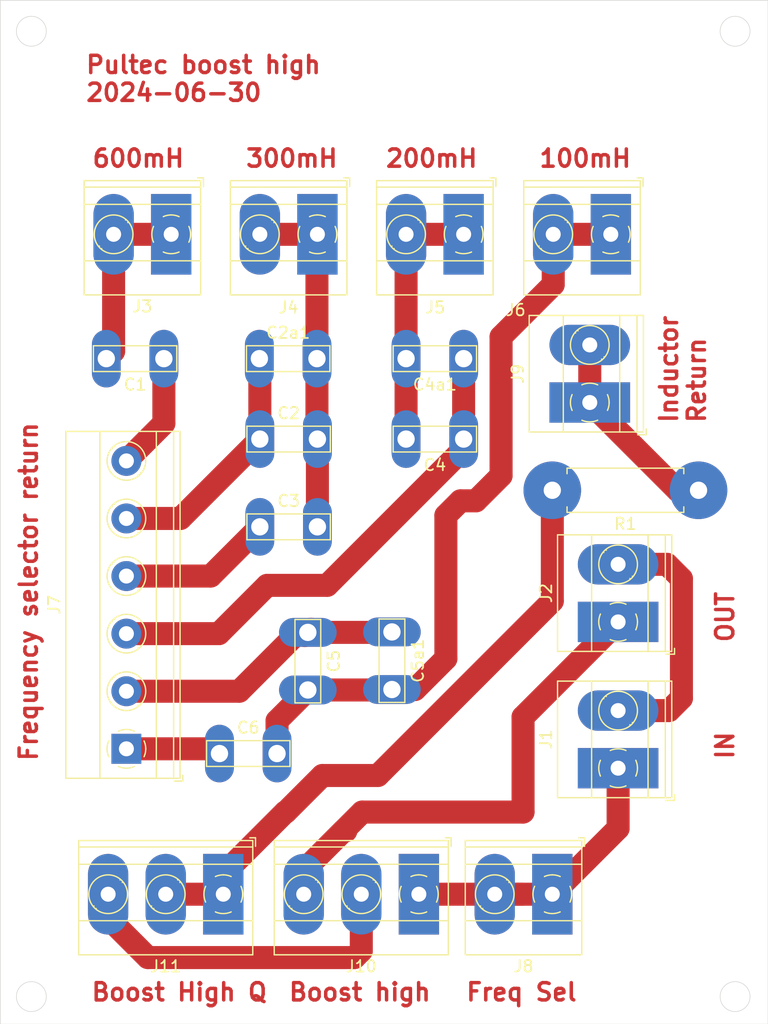
<source format=kicad_pcb>
(kicad_pcb (version 20240108) (generator "pcbnew") (generator_version "8.0")
  (layers (0 "F.Cu" signal) (31 "B.Cu" signal) (34 "B.Paste" user) (35 "F.Paste" user) (36 "B.SilkS" user "B.Silkscreen") (37 "F.SilkS" user "F.Silkscreen") (38 "B.Mask" user) (39 "F.Mask" user) (44 "Edge.Cuts" user))
  (net 0 "")
  (net 1 "Net-(J3-Pin_1)")
  (net 2 "Net-(J4-Pin_1)")
  (net 3 "Net-(J5-Pin_1)")
  (net 4 "Net-(J7-Pin_5)")
  (net 5 "Net-(J7-Pin_3)")
  (net 6 "Net-(J6-Pin_1)")
  (net 7 "Net-(J7-Pin_1)")
  (net 8 "GND")
  (net 9 "Net-(J1-Pin_1)")
  (net 10 "Net-(J10-Pin_3)")
  (net 11 "Net-(J9-Pin_1)")
  (net 12 "Net-(J10-Pin_2)")
  (net 13 "Net-(J11-Pin_1)")
  (net 14 "Net-(J7-Pin_6)")
  (net 15 "Net-(J7-Pin_4)")
  (net 16 "Net-(J7-Pin_2)")
  (footprint "OL Library:TerminalBlock_Phoenix_MKDS-1,5-2_1x02_P5.00mm_Horizontal Fat Pad" (layer "F.Cu") (at 100.965 99.695 90)
    (property "Reference" "J2" (at 2.5 -6.26 90) (layer "F.SilkS"))
    (property "Value" "output")
    (fp_line (start 7.56 -5.261) (end 7.56 4.66) (stroke (width 0.12)) (layer "F.SilkS"))
    (fp_line (start -2.56 -5.261) (end 7.56 -5.261) (stroke (width 0.12)) (layer "F.SilkS"))
    (fp_line (start -2.56 -5.261) (end -2.56 4.66) (stroke (width 0.12)) (layer "F.SilkS"))
    (fp_line (start -2.56 -2.301) (end 7.56 -2.301) (stroke (width 0.12)) (layer "F.SilkS"))
    (fp_line (start 6.07 -1.275) (end 6.035 -1.239) (stroke (width 0.12)) (layer "F.SilkS"))
    (fp_line (start 6.275 -1.069) (end 6.228 -1.023) (stroke (width 0.12)) (layer "F.SilkS"))
    (fp_line (start 3.773 1.023) (end 3.726 1.069) (stroke (width 0.12)) (layer "F.SilkS"))
    (fp_line (start 3.966 1.239) (end 3.931 1.274) (stroke (width 0.12)) (layer "F.SilkS"))
    (fp_line (start -2.56 2.6) (end 7.56 2.6) (stroke (width 0.12)) (layer "F.SilkS"))
    (fp_line (start -2.56 4.1) (end 7.56 4.1) (stroke (width 0.12)) (layer "F.SilkS"))
    (fp_line (start -2.8 4.16) (end -2.8 4.9) (stroke (width 0.12)) (layer "F.SilkS"))
    (fp_line (start -2.56 4.66) (end 7.56 4.66) (stroke (width 0.12)) (layer "F.SilkS"))
    (fp_line (start -2.8 4.9) (end -2.3 4.9) (stroke (width 0.12)) (layer "F.SilkS"))
    (fp_arc (start -0.683042 -1.535427) (mid 0.000524 -1.680501) (end 0.684 -1.535) (stroke (width 0.12)) (layer "F.SilkS"))
    (fp_arc (start 1.535427 -0.683042) (mid 1.680501 0.000524) (end 1.535 0.684) (stroke (width 0.12)) (layer "F.SilkS"))
    (fp_arc (start -1.535427 0.683042) (mid -1.680501 -0.000524) (end -1.535 -0.684) (stroke (width 0.12)) (layer "F.SilkS"))
    (fp_arc (start 0.683318 1.534756) (mid 0.349292 1.643288) (end 0 1.68) (stroke (width 0.12)) (layer "F.SilkS"))
    (fp_arc (start 0.028805 1.680253) (mid -0.335551 1.646659) (end -0.684 1.535) (stroke (width 0.12)) (layer "F.SilkS"))
    (fp_circle (center 5 0) (end 6.68 0) (stroke (width 0.12)) (fill none) (layer "F.SilkS"))
    (pad "1" thru_hole rect (at 0 0 90) (size 3.5 7) (drill 1.3) (layers "*.Cu" "*.Mask") (net 10 "Net-(J10-Pin_3)"))
    (pad "2" thru_hole oval (at 5 0 90) (size 3.5 7) (drill 1.3) (layers "*.Cu" "*.Mask") (net 8 "GND"))
  )
  (footprint "OL Library:TerminalBlock_Phoenix_MKDS-1,5-2_1x02_P5.00mm_Horizontal Fat Pad" (layer "F.Cu") (at 100.33 66.04 180)
    (property "Reference" "J6" (at 8.255 -6.5775 360) (layer "F.SilkS"))
    (property "Value" "100mH")
    (fp_line (start 7.56 -5.261) (end 7.56 4.66) (stroke (width 0.12)) (layer "F.SilkS"))
    (fp_line (start 6.275 -1.069) (end 6.228 -1.023) (stroke (width 0.12)) (layer "F.SilkS"))
    (fp_line (start 6.07 -1.275) (end 6.035 -1.239) (stroke (width 0.12)) (layer "F.SilkS"))
    (fp_line (start 3.966 1.239) (end 3.931 1.274) (stroke (width 0.12)) (layer "F.SilkS"))
    (fp_line (start 3.773 1.023) (end 3.726 1.069) (stroke (width 0.12)) (layer "F.SilkS"))
    (fp_line (start -2.56 4.66) (end 7.56 4.66) (stroke (width 0.12)) (layer "F.SilkS"))
    (fp_line (start -2.56 4.1) (end 7.56 4.1) (stroke (width 0.12)) (layer "F.SilkS"))
    (fp_line (start -2.56 2.6) (end 7.56 2.6) (stroke (width 0.12)) (layer "F.SilkS"))
    (fp_line (start -2.56 -2.301) (end 7.56 -2.301) (stroke (width 0.12)) (layer "F.SilkS"))
    (fp_line (start -2.56 -5.261) (end 7.56 -5.261) (stroke (width 0.12)) (layer "F.SilkS"))
    (fp_line (start -2.56 -5.261) (end -2.56 4.66) (stroke (width 0.12)) (layer "F.SilkS"))
    (fp_line (start -2.8 4.9) (end -2.3 4.9) (stroke (width 0.12)) (layer "F.SilkS"))
    (fp_line (start -2.8 4.16) (end -2.8 4.9) (stroke (width 0.12)) (layer "F.SilkS"))
    (fp_arc (start 1.535427 -0.683042) (mid 1.680501 0.000524) (end 1.535 0.684) (stroke (width 0.12)) (layer "F.SilkS"))
    (fp_arc (start 0.683318 1.534756) (mid 0.349292 1.643288) (end 0 1.68) (stroke (width 0.12)) (layer "F.SilkS"))
    (fp_arc (start 0.028805 1.680253) (mid -0.335551 1.646659) (end -0.684 1.535) (stroke (width 0.12)) (layer "F.SilkS"))
    (fp_arc (start -0.683042 -1.535427) (mid 0.000524 -1.680501) (end 0.684 -1.535) (stroke (width 0.12)) (layer "F.SilkS"))
    (fp_arc (start -1.535427 0.683042) (mid -1.680501 -0.000524) (end -1.535 -0.684) (stroke (width 0.12)) (layer "F.SilkS"))
    (fp_circle (center 5 0) (end 6.68 0) (stroke (width 0.12)) (fill none) (layer "F.SilkS"))
    (pad "1" thru_hole rect (at 0 0 180) (size 3.5 7) (drill 1.3) (layers "*.Cu" "*.Mask") (net 6 "Net-(J6-Pin_1)"))
    (pad "2" thru_hole oval (at 5 0 180) (size 3.5 7) (drill 1.3) (layers "*.Cu" "*.Mask") (net 6 "Net-(J6-Pin_1)"))
  )
  (footprint "OL Library:C_Rect_L7.0mm_W2.0mm_P5.00mm_Fat_Pad" (layer "F.Cu") (at 81.3225 100.565 -90)
    (property "Reference" "C5a1" (at 2.5 -2.25 90) (layer "F.SilkS"))
    (property "Value" "1n5")
    (fp_line (start -1.12 1.12) (end 6.12 1.12) (stroke (width 0.12)) (layer "F.SilkS"))
    (fp_line (start -1.12 -1.12) (end -1.12 1.12) (stroke (width 0.12)) (layer "F.SilkS"))
    (fp_line (start -1.12 -1.12) (end 6.12 -1.12) (stroke (width 0.12)) (layer "F.SilkS"))
    (fp_line (start 6.12 -1.12) (end 6.12 1.12) (stroke (width 0.12)) (layer "F.SilkS"))
    (pad "1" thru_hole oval (at 0 0 270) (size 2.5 5) (drill 1.5) (layers "*.Cu" "*.Mask") (net 16 "Net-(J7-Pin_2)"))
    (pad "2" thru_hole oval (at 5 0 270) (size 2.5 5) (drill 1.5) (layers "*.Cu" "*.Mask") (net 6 "Net-(J6-Pin_1)"))
  )
  (footprint "OL Library:C_Rect_L7.0mm_W2.0mm_P5.00mm_Fat_Pad" (layer "F.Cu") (at 87.55 83.82 180)
    (property "Reference" "C4" (at 2.5 -2.25 360) (layer "F.SilkS"))
    (property "Value" "1nF")
    (fp_line (start 6.12 -1.12) (end 6.12 1.12) (stroke (width 0.12)) (layer "F.SilkS"))
    (fp_line (start -1.12 1.12) (end 6.12 1.12) (stroke (width 0.12)) (layer "F.SilkS"))
    (fp_line (start -1.12 -1.12) (end 6.12 -1.12) (stroke (width 0.12)) (layer "F.SilkS"))
    (fp_line (start -1.12 -1.12) (end -1.12 1.12) (stroke (width 0.12)) (layer "F.SilkS"))
    (pad "1" thru_hole oval (at 0 0 180) (size 2.5 5) (drill 1.5) (layers "*.Cu" "*.Mask") (net 5 "Net-(J7-Pin_3)"))
    (pad "2" thru_hole oval (at 5 0 180) (size 2.5 5) (drill 1.5) (layers "*.Cu" "*.Mask") (net 3 "Net-(J5-Pin_1)"))
  )
  (footprint "OL Library:TerminalBlock_Phoenix_MKDS-1,5-2_1x02_P5.00mm_Horizontal Fat Pad" (layer "F.Cu") (at 98.505 80.645 90)
    (property "Reference" "J9" (at 2.5 -6.26 90) (layer "F.SilkS"))
    (property "Value" "Inductor Return")
    (fp_line (start 7.56 -5.261) (end 7.56 4.66) (stroke (width 0.12)) (layer "F.SilkS"))
    (fp_line (start -2.56 -5.261) (end 7.56 -5.261) (stroke (width 0.12)) (layer "F.SilkS"))
    (fp_line (start -2.56 -5.261) (end -2.56 4.66) (stroke (width 0.12)) (layer "F.SilkS"))
    (fp_line (start -2.56 -2.301) (end 7.56 -2.301) (stroke (width 0.12)) (layer "F.SilkS"))
    (fp_line (start 6.07 -1.275) (end 6.035 -1.239) (stroke (width 0.12)) (layer "F.SilkS"))
    (fp_line (start 6.275 -1.069) (end 6.228 -1.023) (stroke (width 0.12)) (layer "F.SilkS"))
    (fp_line (start 3.773 1.023) (end 3.726 1.069) (stroke (width 0.12)) (layer "F.SilkS"))
    (fp_line (start 3.966 1.239) (end 3.931 1.274) (stroke (width 0.12)) (layer "F.SilkS"))
    (fp_line (start -2.56 2.6) (end 7.56 2.6) (stroke (width 0.12)) (layer "F.SilkS"))
    (fp_line (start -2.56 4.1) (end 7.56 4.1) (stroke (width 0.12)) (layer "F.SilkS"))
    (fp_line (start -2.8 4.16) (end -2.8 4.9) (stroke (width 0.12)) (layer "F.SilkS"))
    (fp_line (start -2.56 4.66) (end 7.56 4.66) (stroke (width 0.12)) (layer "F.SilkS"))
    (fp_line (start -2.8 4.9) (end -2.3 4.9) (stroke (width 0.12)) (layer "F.SilkS"))
    (fp_arc (start -0.683042 -1.535427) (mid 0.000524 -1.680501) (end 0.684 -1.535) (stroke (width 0.12)) (layer "F.SilkS"))
    (fp_arc (start 1.535427 -0.683042) (mid 1.680501 0.000524) (end 1.535 0.684) (stroke (width 0.12)) (layer "F.SilkS"))
    (fp_arc (start -1.535427 0.683042) (mid -1.680501 -0.000524) (end -1.535 -0.684) (stroke (width 0.12)) (layer "F.SilkS"))
    (fp_arc (start 0.683318 1.534756) (mid 0.349292 1.643288) (end 0 1.68) (stroke (width 0.12)) (layer "F.SilkS"))
    (fp_arc (start 0.028805 1.680253) (mid -0.335551 1.646659) (end -0.684 1.535) (stroke (width 0.12)) (layer "F.SilkS"))
    (fp_circle (center 5 0) (end 6.68 0) (stroke (width 0.12)) (fill none) (layer "F.SilkS"))
    (pad "1" thru_hole rect (at 0 0 90) (size 3.5 7) (drill 1.3) (layers "*.Cu" "*.Mask") (net 11 "Net-(J9-Pin_1)"))
    (pad "2" thru_hole oval (at 5 0 90) (size 3.5 7) (drill 1.3) (layers "*.Cu" "*.Mask") (net 11 "Net-(J9-Pin_1)"))
  )
  (footprint "OL Library:C_Rect_L7.0mm_W2.0mm_P5.00mm_Fat_Pad" (layer "F.Cu") (at 69.85 91.44)
    (property "Reference" "C3" (at 2.5 -2.25 360) (layer "F.SilkS"))
    (property "Value" "3n3")
    (fp_line (start -1.12 -1.12) (end -1.12 1.12) (stroke (width 0.12)) (layer "F.SilkS"))
    (fp_line (start -1.12 -1.12) (end 6.12 -1.12) (stroke (width 0.12)) (layer "F.SilkS"))
    (fp_line (start -1.12 1.12) (end 6.12 1.12) (stroke (width 0.12)) (layer "F.SilkS"))
    (fp_line (start 6.12 -1.12) (end 6.12 1.12) (stroke (width 0.12)) (layer "F.SilkS"))
    (pad "1" thru_hole oval (at 0 0) (size 2.5 5) (drill 1.5) (layers "*.Cu" "*.Mask") (net 15 "Net-(J7-Pin_4)"))
    (pad "2" thru_hole oval (at 5 0) (size 2.5 5) (drill 1.5) (layers "*.Cu" "*.Mask") (net 2 "Net-(J4-Pin_1)"))
  )
  (footprint "OL Library:TerminalBlock_Phoenix_MKDS-1,5-3_1x03_P5.00mm_Horizontal Fat Pad" (layer "F.Cu") (at 66.675 123.338301 180)
    (property "Reference" "J11" (at 5 -6.26 360) (layer "F.SilkS"))
    (property "Value" "Boost High Q")
    (fp_line (start 12.56 -5.261) (end 12.56 4.66) (stroke (width 0.12)) (layer "F.SilkS"))
    (fp_line (start 11.275 -1.069) (end 11.228 -1.023) (stroke (width 0.12)) (layer "F.SilkS"))
    (fp_line (start 11.07 -1.275) (end 11.035 -1.239) (stroke (width 0.12)) (layer "F.SilkS"))
    (fp_line (start 8.966 1.239) (end 8.931 1.274) (stroke (width 0.12)) (layer "F.SilkS"))
    (fp_line (start 8.773 1.023) (end 8.726 1.069) (stroke (width 0.12)) (layer "F.SilkS"))
    (fp_line (start 6.275 -1.069) (end 6.228 -1.023) (stroke (width 0.12)) (layer "F.SilkS"))
    (fp_line (start 6.07 -1.275) (end 6.035 -1.239) (stroke (width 0.12)) (layer "F.SilkS"))
    (fp_line (start 3.966 1.239) (end 3.931 1.274) (stroke (width 0.12)) (layer "F.SilkS"))
    (fp_line (start 3.773 1.023) (end 3.726 1.069) (stroke (width 0.12)) (layer "F.SilkS"))
    (fp_line (start -2.56 4.66) (end 12.56 4.66) (stroke (width 0.12)) (layer "F.SilkS"))
    (fp_line (start -2.56 4.1) (end 12.56 4.1) (stroke (width 0.12)) (layer "F.SilkS"))
    (fp_line (start -2.56 2.6) (end 12.56 2.6) (stroke (width 0.12)) (layer "F.SilkS"))
    (fp_line (start -2.56 -2.301) (end 12.56 -2.301) (stroke (width 0.12)) (layer "F.SilkS"))
    (fp_line (start -2.56 -5.261) (end 12.56 -5.261) (stroke (width 0.12)) (layer "F.SilkS"))
    (fp_line (start -2.56 -5.261) (end -2.56 4.66) (stroke (width 0.12)) (layer "F.SilkS"))
    (fp_line (start -2.8 4.9) (end -2.3 4.9) (stroke (width 0.12)) (layer "F.SilkS"))
    (fp_line (start -2.8 4.16) (end -2.8 4.9) (stroke (width 0.12)) (layer "F.SilkS"))
    (fp_arc (start 1.535427 -0.683042) (mid 1.680501 0.000524) (end 1.535 0.684) (stroke (width 0.12)) (layer "F.SilkS"))
    (fp_arc (start 0.683318 1.534756) (mid 0.349292 1.643288) (end 0 1.68) (stroke (width 0.12)) (layer "F.SilkS"))
    (fp_arc (start 0.028805 1.680253) (mid -0.335551 1.646659) (end -0.684 1.535) (stroke (width 0.12)) (layer "F.SilkS"))
    (fp_arc (start -0.683042 -1.535427) (mid 0.000524 -1.680501) (end 0.684 -1.535) (stroke (width 0.12)) (layer "F.SilkS"))
    (fp_arc (start -1.535427 0.683042) (mid -1.680501 -0.000524) (end -1.535 -0.684) (stroke (width 0.12)) (layer "F.SilkS"))
    (fp_circle (center 10 0) (end 11.68 0) (stroke (width 0.12)) (fill none) (layer "F.SilkS"))
    (fp_circle (center 5 0) (end 6.68 0) (stroke (width 0.12)) (fill none) (layer "F.SilkS"))
    (pad "1" thru_hole rect (at 0 0 180) (size 3.5 7) (drill 1.3) (layers "*.Cu" "*.Mask") (net 13 "Net-(J11-Pin_1)"))
    (pad "2" thru_hole oval (at 5 0 180) (size 3.5 7) (drill 1.3) (layers "*.Cu" "*.Mask") (net 13 "Net-(J11-Pin_1)"))
    (pad "3" thru_hole oval (at 10 0 180) (size 3.5 7) (drill 1.3) (layers "*.Cu" "*.Mask") (net 12 "Net-(J10-Pin_2)"))
  )
  (footprint "OL Library:TerminalBlock_Phoenix_MKDS-1,5-2_1x02_P5.00mm_Horizontal Fat Pad" (layer "F.Cu") (at 62.15 66.04 180)
    (property "Reference" "J3" (at 2.5 -6.26 360) (layer "F.SilkS"))
    (property "Value" "600mH")
    (fp_line (start 7.56 -5.261) (end 7.56 4.66) (stroke (width 0.12)) (layer "F.SilkS"))
    (fp_line (start 6.275 -1.069) (end 6.228 -1.023) (stroke (width 0.12)) (layer "F.SilkS"))
    (fp_line (start 6.07 -1.275) (end 6.035 -1.239) (stroke (width 0.12)) (layer "F.SilkS"))
    (fp_line (start 3.966 1.239) (end 3.931 1.274) (stroke (width 0.12)) (layer "F.SilkS"))
    (fp_line (start 3.773 1.023) (end 3.726 1.069) (stroke (width 0.12)) (layer "F.SilkS"))
    (fp_line (start -2.56 4.66) (end 7.56 4.66) (stroke (width 0.12)) (layer "F.SilkS"))
    (fp_line (start -2.56 4.1) (end 7.56 4.1) (stroke (width 0.12)) (layer "F.SilkS"))
    (fp_line (start -2.56 2.6) (end 7.56 2.6) (stroke (width 0.12)) (layer "F.SilkS"))
    (fp_line (start -2.56 -2.301) (end 7.56 -2.301) (stroke (width 0.12)) (layer "F.SilkS"))
    (fp_line (start -2.56 -5.261) (end 7.56 -5.261) (stroke (width 0.12)) (layer "F.SilkS"))
    (fp_line (start -2.56 -5.261) (end -2.56 4.66) (stroke (width 0.12)) (layer "F.SilkS"))
    (fp_line (start -2.8 4.9) (end -2.3 4.9) (stroke (width 0.12)) (layer "F.SilkS"))
    (fp_line (start -2.8 4.16) (end -2.8 4.9) (stroke (width 0.12)) (layer "F.SilkS"))
    (fp_arc (start 1.535427 -0.683042) (mid 1.680501 0.000524) (end 1.535 0.684) (stroke (width 0.12)) (layer "F.SilkS"))
    (fp_arc (start 0.683318 1.534756) (mid 0.349292 1.643288) (end 0 1.68) (stroke (width 0.12)) (layer "F.SilkS"))
    (fp_arc (start 0.028805 1.680253) (mid -0.335551 1.646659) (end -0.684 1.535) (stroke (width 0.12)) (layer "F.SilkS"))
    (fp_arc (start -0.683042 -1.535427) (mid 0.000524 -1.680501) (end 0.684 -1.535) (stroke (width 0.12)) (layer "F.SilkS"))
    (fp_arc (start -1.535427 0.683042) (mid -1.680501 -0.000524) (end -1.535 -0.684) (stroke (width 0.12)) (layer "F.SilkS"))
    (fp_circle (center 5 0) (end 6.68 0) (stroke (width 0.12)) (fill none) (layer "F.SilkS"))
    (pad "1" thru_hole rect (at 0 0 180) (size 3.5 7) (drill 1.3) (layers "*.Cu" "*.Mask") (net 1 "Net-(J3-Pin_1)"))
    (pad "2" thru_hole oval (at 5 0 180) (size 3.5 7) (drill 1.3) (layers "*.Cu" "*.Mask") (net 1 "Net-(J3-Pin_1)"))
  )
  (footprint "OL Library:C_Rect_L7.0mm_W2.0mm_P5.00mm_Fat_Pad" (layer "F.Cu") (at 69.81 76.835)
    (property "Reference" "C2a1" (at 2.5 -2.25 360) (layer "F.SilkS"))
    (property "Value" "470pF")
    (fp_line (start -1.12 -1.12) (end -1.12 1.12) (stroke (width 0.12)) (layer "F.SilkS"))
    (fp_line (start -1.12 -1.12) (end 6.12 -1.12) (stroke (width 0.12)) (layer "F.SilkS"))
    (fp_line (start -1.12 1.12) (end 6.12 1.12) (stroke (width 0.12)) (layer "F.SilkS"))
    (fp_line (start 6.12 -1.12) (end 6.12 1.12) (stroke (width 0.12)) (layer "F.SilkS"))
    (pad "1" thru_hole oval (at 0 0) (size 2.5 5) (drill 1.5) (layers "*.Cu" "*.Mask") (net 4 "Net-(J7-Pin_5)"))
    (pad "2" thru_hole oval (at 5 0) (size 2.5 5) (drill 1.5) (layers "*.Cu" "*.Mask") (net 2 "Net-(J4-Pin_1)"))
  )
  (footprint "OL Library:TerminalBlock_Phoenix_MKDS-1,5-3_1x03_P5.00mm_Horizontal Fat Pad" (layer "F.Cu") (at 83.66 123.338301 180)
    (property "Reference" "J10" (at 5 -6.26 360) (layer "F.SilkS"))
    (property "Value" "Boost High")
    (fp_line (start 12.56 -5.261) (end 12.56 4.66) (stroke (width 0.12)) (layer "F.SilkS"))
    (fp_line (start 11.275 -1.069) (end 11.228 -1.023) (stroke (width 0.12)) (layer "F.SilkS"))
    (fp_line (start 11.07 -1.275) (end 11.035 -1.239) (stroke (width 0.12)) (layer "F.SilkS"))
    (fp_line (start 8.966 1.239) (end 8.931 1.274) (stroke (width 0.12)) (layer "F.SilkS"))
    (fp_line (start 8.773 1.023) (end 8.726 1.069) (stroke (width 0.12)) (layer "F.SilkS"))
    (fp_line (start 6.275 -1.069) (end 6.228 -1.023) (stroke (width 0.12)) (layer "F.SilkS"))
    (fp_line (start 6.07 -1.275) (end 6.035 -1.239) (stroke (width 0.12)) (layer "F.SilkS"))
    (fp_line (start 3.966 1.239) (end 3.931 1.274) (stroke (width 0.12)) (layer "F.SilkS"))
    (fp_line (start 3.773 1.023) (end 3.726 1.069) (stroke (width 0.12)) (layer "F.SilkS"))
    (fp_line (start -2.56 4.66) (end 12.56 4.66) (stroke (width 0.12)) (layer "F.SilkS"))
    (fp_line (start -2.56 4.1) (end 12.56 4.1) (stroke (width 0.12)) (layer "F.SilkS"))
    (fp_line (start -2.56 2.6) (end 12.56 2.6) (stroke (width 0.12)) (layer "F.SilkS"))
    (fp_line (start -2.56 -2.301) (end 12.56 -2.301) (stroke (width 0.12)) (layer "F.SilkS"))
    (fp_line (start -2.56 -5.261) (end 12.56 -5.261) (stroke (width 0.12)) (layer "F.SilkS"))
    (fp_line (start -2.56 -5.261) (end -2.56 4.66) (stroke (width 0.12)) (layer "F.SilkS"))
    (fp_line (start -2.8 4.9) (end -2.3 4.9) (stroke (width 0.12)) (layer "F.SilkS"))
    (fp_line (start -2.8 4.16) (end -2.8 4.9) (stroke (width 0.12)) (layer "F.SilkS"))
    (fp_arc (start 1.535427 -0.683042) (mid 1.680501 0.000524) (end 1.535 0.684) (stroke (width 0.12)) (layer "F.SilkS"))
    (fp_arc (start 0.683318 1.534756) (mid 0.349292 1.643288) (end 0 1.68) (stroke (width 0.12)) (layer "F.SilkS"))
    (fp_arc (start 0.028805 1.680253) (mid -0.335551 1.646659) (end -0.684 1.535) (stroke (width 0.12)) (layer "F.SilkS"))
    (fp_arc (start -0.683042 -1.535427) (mid 0.000524 -1.680501) (end 0.684 -1.535) (stroke (width 0.12)) (layer "F.SilkS"))
    (fp_arc (start -1.535427 0.683042) (mid -1.680501 -0.000524) (end -1.535 -0.684) (stroke (width 0.12)) (layer "F.SilkS"))
    (fp_circle (center 10 0) (end 11.68 0) (stroke (width 0.12)) (fill none) (layer "F.SilkS"))
    (fp_circle (center 5 0) (end 6.68 0) (stroke (width 0.12)) (fill none) (layer "F.SilkS"))
    (pad "1" thru_hole rect (at 0 0 180) (size 3.5 7) (drill 1.3) (layers "*.Cu" "*.Mask") (net 9 "Net-(J1-Pin_1)"))
    (pad "2" thru_hole oval (at 5 0 180) (size 3.5 7) (drill 1.3) (layers "*.Cu" "*.Mask") (net 12 "Net-(J10-Pin_2)"))
    (pad "3" thru_hole oval (at 10 0 180) (size 3.5 7) (drill 1.3) (layers "*.Cu" "*.Mask") (net 10 "Net-(J10-Pin_3)"))
  )
  (footprint "OL Library:TerminalBlock_Phoenix_MKDS-1,5-2_1x02_P5.00mm_Horizontal Fat Pad" (layer "F.Cu") (at 74.85 66.04 180)
    (property "Reference" "J4" (at 2.5 -6.35 360) (layer "F.SilkS"))
    (property "Value" "300mH")
    (fp_line (start 7.56 -5.261) (end 7.56 4.66) (stroke (width 0.12)) (layer "F.SilkS"))
    (fp_line (start 6.275 -1.069) (end 6.228 -1.023) (stroke (width 0.12)) (layer "F.SilkS"))
    (fp_line (start 6.07 -1.275) (end 6.035 -1.239) (stroke (width 0.12)) (layer "F.SilkS"))
    (fp_line (start 3.966 1.239) (end 3.931 1.274) (stroke (width 0.12)) (layer "F.SilkS"))
    (fp_line (start 3.773 1.023) (end 3.726 1.069) (stroke (width 0.12)) (layer "F.SilkS"))
    (fp_line (start -2.56 4.66) (end 7.56 4.66) (stroke (width 0.12)) (layer "F.SilkS"))
    (fp_line (start -2.56 4.1) (end 7.56 4.1) (stroke (width 0.12)) (layer "F.SilkS"))
    (fp_line (start -2.56 2.6) (end 7.56 2.6) (stroke (width 0.12)) (layer "F.SilkS"))
    (fp_line (start -2.56 -2.301) (end 7.56 -2.301) (stroke (width 0.12)) (layer "F.SilkS"))
    (fp_line (start -2.56 -5.261) (end 7.56 -5.261) (stroke (width 0.12)) (layer "F.SilkS"))
    (fp_line (start -2.56 -5.261) (end -2.56 4.66) (stroke (width 0.12)) (layer "F.SilkS"))
    (fp_line (start -2.8 4.9) (end -2.3 4.9) (stroke (width 0.12)) (layer "F.SilkS"))
    (fp_line (start -2.8 4.16) (end -2.8 4.9) (stroke (width 0.12)) (layer "F.SilkS"))
    (fp_arc (start 1.535427 -0.683042) (mid 1.680501 0.000524) (end 1.535 0.684) (stroke (width 0.12)) (layer "F.SilkS"))
    (fp_arc (start 0.683318 1.534756) (mid 0.349292 1.643288) (end 0 1.68) (stroke (width 0.12)) (layer "F.SilkS"))
    (fp_arc (start 0.028805 1.680253) (mid -0.335551 1.646659) (end -0.684 1.535) (stroke (width 0.12)) (layer "F.SilkS"))
    (fp_arc (start -0.683042 -1.535427) (mid 0.000524 -1.680501) (end 0.684 -1.535) (stroke (width 0.12)) (layer "F.SilkS"))
    (fp_arc (start -1.535427 0.683042) (mid -1.680501 -0.000524) (end -1.535 -0.684) (stroke (width 0.12)) (layer "F.SilkS"))
    (fp_circle (center 5 0) (end 6.68 0) (stroke (width 0.12)) (fill none) (layer "F.SilkS"))
    (pad "1" thru_hole rect (at 0 0 180) (size 3.5 7) (drill 1.3) (layers "*.Cu" "*.Mask") (net 2 "Net-(J4-Pin_1)"))
    (pad "2" thru_hole oval (at 5 0 180) (size 3.5 7) (drill 1.3) (layers "*.Cu" "*.Mask") (net 2 "Net-(J4-Pin_1)"))
  )
  (footprint "OL Library:TerminalBlock_Phoenix_MKDS-1,5-2_1x02_P5.00mm_Horizontal Fat Pad" (layer "F.Cu") (at 100.965 112.395 90)
    (property "Reference" "J1" (at 2.5 -6.26 90) (layer "F.SilkS"))
    (property "Value" "INPUT")
    (fp_line (start 7.56 -5.261) (end 7.56 4.66) (stroke (width 0.12)) (layer "F.SilkS"))
    (fp_line (start -2.56 -5.261) (end 7.56 -5.261) (stroke (width 0.12)) (layer "F.SilkS"))
    (fp_line (start -2.56 -5.261) (end -2.56 4.66) (stroke (width 0.12)) (layer "F.SilkS"))
    (fp_line (start -2.56 -2.301) (end 7.56 -2.301) (stroke (width 0.12)) (layer "F.SilkS"))
    (fp_line (start 6.07 -1.275) (end 6.035 -1.239) (stroke (width 0.12)) (layer "F.SilkS"))
    (fp_line (start 6.275 -1.069) (end 6.228 -1.023) (stroke (width 0.12)) (layer "F.SilkS"))
    (fp_line (start 3.773 1.023) (end 3.726 1.069) (stroke (width 0.12)) (layer "F.SilkS"))
    (fp_line (start 3.966 1.239) (end 3.931 1.274) (stroke (width 0.12)) (layer "F.SilkS"))
    (fp_line (start -2.56 2.6) (end 7.56 2.6) (stroke (width 0.12)) (layer "F.SilkS"))
    (fp_line (start -2.56 4.1) (end 7.56 4.1) (stroke (width 0.12)) (layer "F.SilkS"))
    (fp_line (start -2.8 4.16) (end -2.8 4.9) (stroke (width 0.12)) (layer "F.SilkS"))
    (fp_line (start -2.56 4.66) (end 7.56 4.66) (stroke (width 0.12)) (layer "F.SilkS"))
    (fp_line (start -2.8 4.9) (end -2.3 4.9) (stroke (width 0.12)) (layer "F.SilkS"))
    (fp_arc (start -0.683042 -1.535427) (mid 0.000524 -1.680501) (end 0.684 -1.535) (stroke (width 0.12)) (layer "F.SilkS"))
    (fp_arc (start 1.535427 -0.683042) (mid 1.680501 0.000524) (end 1.535 0.684) (stroke (width 0.12)) (layer "F.SilkS"))
    (fp_arc (start -1.535427 0.683042) (mid -1.680501 -0.000524) (end -1.535 -0.684) (stroke (width 0.12)) (layer "F.SilkS"))
    (fp_arc (start 0.683318 1.534756) (mid 0.349292 1.643288) (end 0 1.68) (stroke (width 0.12)) (layer "F.SilkS"))
    (fp_arc (start 0.028805 1.680253) (mid -0.335551 1.646659) (end -0.684 1.535) (stroke (width 0.12)) (layer "F.SilkS"))
    (fp_circle (center 5 0) (end 6.68 0) (stroke (width 0.12)) (fill none) (layer "F.SilkS"))
    (pad "1" thru_hole rect (at 0 0 90) (size 3.5 7) (drill 1.3) (layers "*.Cu" "*.Mask") (net 9 "Net-(J1-Pin_1)"))
    (pad "2" thru_hole oval (at 5 0 90) (size 3.5 7) (drill 1.3) (layers "*.Cu" "*.Mask") (net 8 "GND"))
  )
  (footprint "OL Library:C_Rect_L7.0mm_W2.0mm_P5.00mm_Fat_Pad" (layer "F.Cu") (at 66.343301 111.125)
    (property "Reference" "C6" (at 2.5 -2.25 360) (layer "F.SilkS"))
    (property "Value" "1nF")
    (fp_line (start -1.12 -1.12) (end -1.12 1.12) (stroke (width 0.12)) (layer "F.SilkS"))
    (fp_line (start -1.12 -1.12) (end 6.12 -1.12) (stroke (width 0.12)) (layer "F.SilkS"))
    (fp_line (start -1.12 1.12) (end 6.12 1.12) (stroke (width 0.12)) (layer "F.SilkS"))
    (fp_line (start 6.12 -1.12) (end 6.12 1.12) (stroke (width 0.12)) (layer "F.SilkS"))
    (pad "1" thru_hole oval (at 0 0) (size 2.5 5) (drill 1.5) (layers "*.Cu" "*.Mask") (net 7 "Net-(J7-Pin_1)"))
    (pad "2" thru_hole oval (at 5 0) (size 2.5 5) (drill 1.5) (layers "*.Cu" "*.Mask") (net 6 "Net-(J6-Pin_1)"))
  )
  (footprint "OL Library:C_Rect_L7.0mm_W2.0mm_P5.00mm_Fat_Pad" (layer "F.Cu") (at 87.55 76.835 180)
    (property "Reference" "C4a1" (at 2.5 -2.25 360) (layer "F.SilkS"))
    (property "Value" "1nF")
    (fp_line (start 6.12 -1.12) (end 6.12 1.12) (stroke (width 0.12)) (layer "F.SilkS"))
    (fp_line (start -1.12 1.12) (end 6.12 1.12) (stroke (width 0.12)) (layer "F.SilkS"))
    (fp_line (start -1.12 -1.12) (end 6.12 -1.12) (stroke (width 0.12)) (layer "F.SilkS"))
    (fp_line (start -1.12 -1.12) (end -1.12 1.12) (stroke (width 0.12)) (layer "F.SilkS"))
    (pad "1" thru_hole oval (at 0 0 180) (size 2.5 5) (drill 1.5) (layers "*.Cu" "*.Mask") (net 5 "Net-(J7-Pin_3)"))
    (pad "2" thru_hole oval (at 5 0 180) (size 2.5 5) (drill 1.5) (layers "*.Cu" "*.Mask") (net 3 "Net-(J5-Pin_1)"))
  )
  (footprint "OL Library:C_Rect_L7.0mm_W2.0mm_P5.00mm_Fat_Pad" (layer "F.Cu") (at 74.02 100.605 -90)
    (property "Reference" "C5" (at 2.5 -2.25 90) (layer "F.SilkS"))
    (property "Value" "1nF")
    (fp_line (start -1.12 1.12) (end 6.12 1.12) (stroke (width 0.12)) (layer "F.SilkS"))
    (fp_line (start -1.12 -1.12) (end -1.12 1.12) (stroke (width 0.12)) (layer "F.SilkS"))
    (fp_line (start -1.12 -1.12) (end 6.12 -1.12) (stroke (width 0.12)) (layer "F.SilkS"))
    (fp_line (start 6.12 -1.12) (end 6.12 1.12) (stroke (width 0.12)) (layer "F.SilkS"))
    (pad "1" thru_hole oval (at 0 0 270) (size 2.5 5) (drill 1.5) (layers "*.Cu" "*.Mask") (net 16 "Net-(J7-Pin_2)"))
    (pad "2" thru_hole oval (at 5 0 270) (size 2.5 5) (drill 1.5) (layers "*.Cu" "*.Mask") (net 6 "Net-(J6-Pin_1)"))
  )
  (footprint "TerminalBlock_Phoenix:TerminalBlock_Phoenix_MKDS-1,5-6_1x06_P5.00mm_Horizontal" (layer "F.Cu") (at 58.26 110.713301 90)
    (property "Reference" "J7" (at 12.5 -6.26 90) (layer "F.SilkS"))
    (property "Value" "Frequency Selector Return")
    (fp_line (start 27.56 -5.261) (end 27.56 4.66) (stroke (width 0.12)) (layer "F.SilkS"))
    (fp_line (start -2.56 -5.261) (end 27.56 -5.261) (stroke (width 0.12)) (layer "F.SilkS"))
    (fp_line (start -2.56 -5.261) (end -2.56 4.66) (stroke (width 0.12)) (layer "F.SilkS"))
    (fp_line (start -2.56 -2.301) (end 27.56 -2.301) (stroke (width 0.12)) (layer "F.SilkS"))
    (fp_line (start 26.07 -1.275) (end 26.035 -1.239) (stroke (width 0.12)) (layer "F.SilkS"))
    (fp_line (start 21.07 -1.275) (end 21.035 -1.239) (stroke (width 0.12)) (layer "F.SilkS"))
    (fp_line (start 16.07 -1.275) (end 16.035 -1.239) (stroke (width 0.12)) (layer "F.SilkS"))
    (fp_line (start 11.07 -1.275) (end 11.035 -1.239) (stroke (width 0.12)) (layer "F.SilkS"))
    (fp_line (start 6.07 -1.275) (end 6.035 -1.239) (stroke (width 0.12)) (layer "F.SilkS"))
    (fp_line (start 26.275 -1.069) (end 26.228 -1.023) (stroke (width 0.12)) (layer "F.SilkS"))
    (fp_line (start 21.275 -1.069) (end 21.228 -1.023) (stroke (width 0.12)) (layer "F.SilkS"))
    (fp_line (start 16.275 -1.069) (end 16.228 -1.023) (stroke (width 0.12)) (layer "F.SilkS"))
    (fp_line (start 11.275 -1.069) (end 11.228 -1.023) (stroke (width 0.12)) (layer "F.SilkS"))
    (fp_line (start 6.275 -1.069) (end 6.228 -1.023) (stroke (width 0.12)) (layer "F.SilkS"))
    (fp_line (start 23.773 1.023) (end 23.726 1.069) (stroke (width 0.12)) (layer "F.SilkS"))
    (fp_line (start 18.773 1.023) (end 18.726 1.069) (stroke (width 0.12)) (layer "F.SilkS"))
    (fp_line (start 13.773 1.023) (end 13.726 1.069) (stroke (width 0.12)) (layer "F.SilkS"))
    (fp_line (start 8.773 1.023) (end 8.726 1.069) (stroke (width 0.12)) (layer "F.SilkS"))
    (fp_line (start 3.773 1.023) (end 3.726 1.069) (stroke (width 0.12)) (layer "F.SilkS"))
    (fp_line (start 23.966 1.239) (end 23.931 1.274) (stroke (width 0.12)) (layer "F.SilkS"))
    (fp_line (start 18.966 1.239) (end 18.931 1.274) (stroke (width 0.12)) (layer "F.SilkS"))
    (fp_line (start 13.966 1.239) (end 13.931 1.274) (stroke (width 0.12)) (layer "F.SilkS"))
    (fp_line (start 8.966 1.239) (end 8.931 1.274) (stroke (width 0.12)) (layer "F.SilkS"))
    (fp_line (start 3.966 1.239) (end 3.931 1.274) (stroke (width 0.12)) (layer "F.SilkS"))
    (fp_line (start -2.56 2.6) (end 27.56 2.6) (stroke (width 0.12)) (layer "F.SilkS"))
    (fp_line (start -2.56 4.1) (end 27.56 4.1) (stroke (width 0.12)) (layer "F.SilkS"))
    (fp_line (start -2.8 4.16) (end -2.8 4.9) (stroke (width 0.12)) (layer "F.SilkS"))
    (fp_line (start -2.56 4.66) (end 27.56 4.66) (stroke (width 0.12)) (layer "F.SilkS"))
    (fp_line (start -2.8 4.9) (end -2.3 4.9) (stroke (width 0.12)) (layer "F.SilkS"))
    (fp_arc (start -0.683042 -1.535427) (mid 0.000524 -1.680501) (end 0.684 -1.535) (stroke (width 0.12)) (layer "F.SilkS"))
    (fp_arc (start 1.535427 -0.683042) (mid 1.680501 0.000524) (end 1.535 0.684) (stroke (width 0.12)) (layer "F.SilkS"))
    (fp_arc (start -1.535427 0.683042) (mid -1.680501 -0.000524) (end -1.535 -0.684) (stroke (width 0.12)) (layer "F.SilkS"))
    (fp_arc (start 0.683318 1.534756) (mid 0.349292 1.643288) (end 0 1.68) (stroke (width 0.12)) (layer "F.SilkS"))
    (fp_arc (start 0.028805 1.680253) (mid -0.335551 1.646659) (end -0.684 1.535) (stroke (width 0.12)) (layer "F.SilkS"))
    (fp_circle (center 25 0) (end 26.68 0) (stroke (width 0.12)) (fill none) (layer "F.SilkS"))
    (fp_circle (center 20 0) (end 21.68 0) (stroke (width 0.12)) (fill none) (layer "F.SilkS"))
    (fp_circle (center 15 0) (end 16.68 0) (stroke (width 0.12)) (fill none) (layer "F.SilkS"))
    (fp_circle (center 10 0) (end 11.68 0) (stroke (width 0.12)) (fill none) (layer "F.SilkS"))
    (fp_circle (center 5 0) (end 6.68 0) (stroke (width 0.12)) (fill none) (layer "F.SilkS"))
    (pad "1" thru_hole rect (at 0 0 90) (size 2.6 2.6) (drill 1.3) (layers "*.Cu" "*.Mask") (net 7 "Net-(J7-Pin_1)"))
    (pad "2" thru_hole circle (at 5 0 90) (size 2.6 2.6) (drill 1.3) (layers "*.Cu" "*.Mask") (net 16 "Net-(J7-Pin_2)"))
    (pad "3" thru_hole circle (at 10 0 90) (size 2.6 2.6) (drill 1.3) (layers "*.Cu" "*.Mask") (net 5 "Net-(J7-Pin_3)"))
    (pad "4" thru_hole circle (at 15 0 90) (size 2.6 2.6) (drill 1.3) (layers "*.Cu" "*.Mask") (net 15 "Net-(J7-Pin_4)"))
    (pad "5" thru_hole circle (at 20 0 90) (size 2.6 2.6) (drill 1.3) (layers "*.Cu" "*.Mask") (net 4 "Net-(J7-Pin_5)"))
    (pad "6" thru_hole circle (at 25 0 90) (size 2.6 2.6) (drill 1.3) (layers "*.Cu" "*.Mask") (net 14 "Net-(J7-Pin_6)"))
  )
  (footprint "OL Library:C_Rect_L7.0mm_W2.0mm_P5.00mm_Fat_Pad" (layer "F.Cu") (at 61.515 76.835 180)
    (property "Reference" "C1" (at 2.5 -2.25 360) (layer "F.SilkS"))
    (property "Value" "4n7")
    (fp_line (start 6.12 -1.12) (end 6.12 1.12) (stroke (width 0.12)) (layer "F.SilkS"))
    (fp_line (start -1.12 1.12) (end 6.12 1.12) (stroke (width 0.12)) (layer "F.SilkS"))
    (fp_line (start -1.12 -1.12) (end 6.12 -1.12) (stroke (width 0.12)) (layer "F.SilkS"))
    (fp_line (start -1.12 -1.12) (end -1.12 1.12) (stroke (width 0.12)) (layer "F.SilkS"))
    (pad "1" thru_hole oval (at 0 0 180) (size 2.5 5) (drill 1.5) (layers "*.Cu" "*.Mask") (net 14 "Net-(J7-Pin_6)"))
    (pad "2" thru_hole oval (at 5 0 180) (size 2.5 5) (drill 1.5) (layers "*.Cu" "*.Mask") (net 1 "Net-(J3-Pin_1)"))
  )
  (footprint "OL Library:TerminalBlock_Phoenix_MKDS-1,5-2_1x02_P5.00mm_Horizontal Fat Pad" (layer "F.Cu") (at 95.25 123.338301 180)
    (property "Reference" "J8" (at 2.5 -6.26 360) (layer "F.SilkS"))
    (property "Value" "Frequency Selector Send")
    (fp_line (start 7.56 -5.261) (end 7.56 4.66) (stroke (width 0.12)) (layer "F.SilkS"))
    (fp_line (start 6.275 -1.069) (end 6.228 -1.023) (stroke (width 0.12)) (layer "F.SilkS"))
    (fp_line (start 6.07 -1.275) (end 6.035 -1.239) (stroke (width 0.12)) (layer "F.SilkS"))
    (fp_line (start 3.966 1.239) (end 3.931 1.274) (stroke (width 0.12)) (layer "F.SilkS"))
    (fp_line (start 3.773 1.023) (end 3.726 1.069) (stroke (width 0.12)) (layer "F.SilkS"))
    (fp_line (start -2.56 4.66) (end 7.56 4.66) (stroke (width 0.12)) (layer "F.SilkS"))
    (fp_line (start -2.56 4.1) (end 7.56 4.1) (stroke (width 0.12)) (layer "F.SilkS"))
    (fp_line (start -2.56 2.6) (end 7.56 2.6) (stroke (width 0.12)) (layer "F.SilkS"))
    (fp_line (start -2.56 -2.301) (end 7.56 -2.301) (stroke (width 0.12)) (layer "F.SilkS"))
    (fp_line (start -2.56 -5.261) (end 7.56 -5.261) (stroke (width 0.12)) (layer "F.SilkS"))
    (fp_line (start -2.56 -5.261) (end -2.56 4.66) (stroke (width 0.12)) (layer "F.SilkS"))
    (fp_line (start -2.8 4.9) (end -2.3 4.9) (stroke (width 0.12)) (layer "F.SilkS"))
    (fp_line (start -2.8 4.16) (end -2.8 4.9) (stroke (width 0.12)) (layer "F.SilkS"))
    (fp_arc (start 1.535427 -0.683042) (mid 1.680501 0.000524) (end 1.535 0.684) (stroke (width 0.12)) (layer "F.SilkS"))
    (fp_arc (start 0.683318 1.534756) (mid 0.349292 1.643288) (end 0 1.68) (stroke (width 0.12)) (layer "F.SilkS"))
    (fp_arc (start 0.028805 1.680253) (mid -0.335551 1.646659) (end -0.684 1.535) (stroke (width 0.12)) (layer "F.SilkS"))
    (fp_arc (start -0.683042 -1.535427) (mid 0.000524 -1.680501) (end 0.684 -1.535) (stroke (width 0.12)) (layer "F.SilkS"))
    (fp_arc (start -1.535427 0.683042) (mid -1.680501 -0.000524) (end -1.535 -0.684) (stroke (width 0.12)) (layer "F.SilkS"))
    (fp_circle (center 5 0) (end 6.68 0) (stroke (width 0.12)) (fill none) (layer "F.SilkS"))
    (pad "1" thru_hole rect (at 0 0 180) (size 3.5 7) (drill 1.3) (layers "*.Cu" "*.Mask") (net 9 "Net-(J1-Pin_1)"))
    (pad "2" thru_hole oval (at 5 0 180) (size 3.5 7) (drill 1.3) (layers "*.Cu" "*.Mask") (net 9 "Net-(J1-Pin_1)"))
  )
  (footprint "OL Library:C_Rect_L7.0mm_W2.0mm_P5.00mm_Fat_Pad" (layer "F.Cu") (at 69.85 83.82)
    (property "Reference" "C2" (at 2.5 -2.25 360) (layer "F.SilkS"))
    (property "Value" "4n7")
    (fp_line (start -1.12 -1.12) (end -1.12 1.12) (stroke (width 0.12)) (layer "F.SilkS"))
    (fp_line (start -1.12 -1.12) (end 6.12 -1.12) (stroke (width 0.12)) (layer "F.SilkS"))
    (fp_line (start -1.12 1.12) (end 6.12 1.12) (stroke (width 0.12)) (layer "F.SilkS"))
    (fp_line (start 6.12 -1.12) (end 6.12 1.12) (stroke (width 0.12)) (layer "F.SilkS"))
    (pad "1" thru_hole oval (at 0 0) (size 2.5 5) (drill 1.5) (layers "*.Cu" "*.Mask") (net 4 "Net-(J7-Pin_5)"))
    (pad "2" thru_hole oval (at 5 0) (size 2.5 5) (drill 1.5) (layers "*.Cu" "*.Mask") (net 2 "Net-(J4-Pin_1)"))
  )
  (footprint "OL Library:TerminalBlock_Phoenix_MKDS-1,5-2_1x02_P5.00mm_Horizontal Fat Pad" (layer "F.Cu") (at 87.55 66.04 180)
    (property "Reference" "J5" (at 2.46 -6.35 360) (layer "F.SilkS"))
    (property "Value" "200mH")
    (fp_line (start 7.56 -5.261) (end 7.56 4.66) (stroke (width 0.12)) (layer "F.SilkS"))
    (fp_line (start 6.275 -1.069) (end 6.228 -1.023) (stroke (width 0.12)) (layer "F.SilkS"))
    (fp_line (start 6.07 -1.275) (end 6.035 -1.239) (stroke (width 0.12)) (layer "F.SilkS"))
    (fp_line (start 3.966 1.239) (end 3.931 1.274) (stroke (width 0.12)) (layer "F.SilkS"))
    (fp_line (start 3.773 1.023) (end 3.726 1.069) (stroke (width 0.12)) (layer "F.SilkS"))
    (fp_line (start -2.56 4.66) (end 7.56 4.66) (stroke (width 0.12)) (layer "F.SilkS"))
    (fp_line (start -2.56 4.1) (end 7.56 4.1) (stroke (width 0.12)) (layer "F.SilkS"))
    (fp_line (start -2.56 2.6) (end 7.56 2.6) (stroke (width 0.12)) (layer "F.SilkS"))
    (fp_line (start -2.56 -2.301) (end 7.56 -2.301) (stroke (width 0.12)) (layer "F.SilkS"))
    (fp_line (start -2.56 -5.261) (end 7.56 -5.261) (stroke (width 0.12)) (layer "F.SilkS"))
    (fp_line (start -2.56 -5.261) (end -2.56 4.66) (stroke (width 0.12)) (layer "F.SilkS"))
    (fp_line (start -2.8 4.9) (end -2.3 4.9) (stroke (width 0.12)) (layer "F.SilkS"))
    (fp_line (start -2.8 4.16) (end -2.8 4.9) (stroke (width 0.12)) (layer "F.SilkS"))
    (fp_arc (start 1.535427 -0.683042) (mid 1.680501 0.000524) (end 1.535 0.684) (stroke (width 0.12)) (layer "F.SilkS"))
    (fp_arc (start 0.683318 1.534756) (mid 0.349292 1.643288) (end 0 1.68) (stroke (width 0.12)) (layer "F.SilkS"))
    (fp_arc (start 0.028805 1.680253) (mid -0.335551 1.646659) (end -0.684 1.535) (stroke (width 0.12)) (layer "F.SilkS"))
    (fp_arc (start -0.683042 -1.535427) (mid 0.000524 -1.680501) (end 0.684 -1.535) (stroke (width 0.12)) (layer "F.SilkS"))
    (fp_arc (start -1.535427 0.683042) (mid -1.680501 -0.000524) (end -1.535 -0.684) (stroke (width 0.12)) (layer "F.SilkS"))
    (fp_circle (center 5 0) (end 6.68 0) (stroke (width 0.12)) (fill none) (layer "F.SilkS"))
    (pad "1" thru_hole rect (at 0 0 180) (size 3.5 7) (drill 1.3) (layers "*.Cu" "*.Mask") (net 3 "Net-(J5-Pin_1)"))
    (pad "2" thru_hole oval (at 5 0 180) (size 3.5 7) (drill 1.3) (layers "*.Cu" "*.Mask") (net 3 "Net-(J5-Pin_1)"))
  )
  (footprint "OL Library:R_Axial_DIN0411_L9.9mm_D3.6mm_P12.70mm_Horizontal Fat Pad" (layer "F.Cu") (at 107.95 88.265 180)
    (property "Reference" "R1" (at 6.35 -2.92 360) (layer "F.SilkS"))
    (property "Value" "4K7")
    (fp_line (start 11.42 1.92) (end 11.42 1.44) (stroke (width 0.12)) (layer "F.SilkS"))
    (fp_line (start 11.42 -1.92) (end 11.42 -1.44) (stroke (width 0.12)) (layer "F.SilkS"))
    (fp_line (start 1.28 1.92) (end 11.42 1.92) (stroke (width 0.12)) (layer "F.SilkS"))
    (fp_line (start 1.28 1.44) (end 1.28 1.92) (stroke (width 0.12)) (layer "F.SilkS"))
    (fp_line (start 1.28 -1.44) (end 1.28 -1.92) (stroke (width 0.12)) (layer "F.SilkS"))
    (fp_line (start 1.28 -1.92) (end 11.42 -1.92) (stroke (width 0.12)) (layer "F.SilkS"))
    (pad "1" thru_hole circle (at 0 0 180) (size 5 5) (drill 1.5) (layers "*.Cu" "*.Mask") (net 11 "Net-(J9-Pin_1)"))
    (pad "2" thru_hole circle (at 12.7 0 180) (size 5 5) (drill 1.5) (layers "*.Cu" "*.Mask") (net 13 "Net-(J11-Pin_1)"))
  )
  (gr_circle (center 50.005 132.228301) (end 51.305 132.228301) (stroke (width 0.05)) (fill none) (layer "Edge.Cuts"))
  (gr_circle (center 111.125 48.408301) (end 112.425 48.408301) (stroke (width 0.05)) (fill none) (layer "Edge.Cuts"))
  (gr_circle (center 50.005 48.408301) (end 51.305 48.408301) (stroke (width 0.05)) (fill none) (layer "Edge.Cuts"))
  (gr_rect (start 47.3075 45.72) (end 113.9825 134.62) (stroke (width 0.05)) (fill none) (layer "Edge.Cuts"))
  (gr_circle (center 111.125 132.228301) (end 112.425 132.228301) (stroke (width 0.05)) (fill none) (layer "Edge.Cuts"))
  (gr_text "IN" (at 111.125 111.76 90) (layer "F.Cu") (effects (font (size 1.5 1.5) (thickness 0.3) (bold yes)) (justify left bottom)))
  (gr_text "600mH" (at 55.165 60.325 0) (layer "F.Cu") (effects (font (size 1.5 1.5) (thickness 0.3) (bold yes)) (justify left bottom)))
  (gr_text "100mH" (at 93.98 60.325 0) (layer "F.Cu") (effects (font (size 1.5 1.5) (thickness 0.3) (bold yes)) (justify left bottom)))
  (gr_text "200mH" (at 80.645 60.325 0) (layer "F.Cu") (effects (font (size 1.5 1.5) (thickness 0.3) (bold yes)) (justify left bottom)))
  (gr_text "OUT" (at 111.125 101.6 90) (layer "F.Cu") (effects (font (size 1.5 1.5) (thickness 0.3) (bold yes)) (justify left bottom)))
  (gr_text "Frequency selector return" (at 50.64 111.908301 90) (layer "F.Cu") (effects (font (size 1.5 1.5) (thickness 0.3) (bold yes)) (justify left bottom)))
  (gr_text "Freq Sel" (at 87.63 132.715 0) (layer "F.Cu") (effects (font (size 1.5 1.5) (thickness 0.3) (bold yes)) (justify left bottom)))
  (gr_text "Boost high" (at 72.23 132.715 0) (layer "F.Cu") (effects (font (size 1.5 1.5) (thickness 0.3) (bold yes)) (justify left bottom)))
  (gr_text "300mH" (at 68.5 60.325 0) (layer "F.Cu") (effects (font (size 1.5 1.5) (thickness 0.3) (bold yes)) (justify left bottom)))
  (gr_text "Pultec boost high\n2024-06-30" (at 54.61 54.61 0) (layer "F.Cu") (effects (font (size 1.5 1.5) (thickness 0.3) (bold yes)) (justify left bottom)))
  (gr_text "Boost High Q" (at 55.085 132.715 0) (layer "F.Cu") (effects (font (size 1.5 1.5) (thickness 0.3) (bold yes)) (justify left bottom)))
  (gr_text "Inductor\nReturn" (at 108.665 82.55 90) (layer "F.Cu") (effects (font (size 1.5 1.5) (thickness 0.3) (bold yes)) (justify left bottom)))
  (segment (start 57.15 76.2) (end 56.515 76.835) (width 2) (layer "F.Cu") (net 1))
  (segment (start 57.15 66.04) (end 57.15 76.2) (width 2) (layer "F.Cu") (net 1))
  (segment (start 57.15 66.04) (end 62.15 66.04) (width 2) (layer "F.Cu") (net 1))
  (segment (start 57.11 66.08) (end 57.15 66.04) (width 2) (layer "F.Cu") (net 1))
  (segment (start 74.81 76.835) (end 74.81 67.35) (width 2) (layer "F.Cu") (net 2))
  (segment (start 74.85 76.875) (end 74.81 76.835) (width 2) (layer "F.Cu") (net 2))
  (segment (start 74.81 66.08) (end 74.85 66.04) (width 2) (layer "F.Cu") (net 2))
  (segment (start 74.81 76.835) (end 74.81 83.78) (width 2) (layer "F.Cu") (net 2))
  (segment (start 74.81 83.78) (end 74.85 83.82) (width 2) (layer "F.Cu") (net 2))
  (segment (start 74.85 91.44) (end 74.85 83.82) (width 2) (layer "F.Cu") (net 2))
  (segment (start 69.85 66.04) (end 74.85 66.04) (width 2) (layer "F.Cu") (net 2))
  (segment (start 82.55 66.04) (end 82.55 76.835) (width 2) (layer "F.Cu") (net 3))
  (segment (start 82.55 76.835) (end 82.55 83.82) (width 2) (layer "F.Cu") (net 3))
  (segment (start 87.55 66.04) (end 82.55 66.04) (width 2) (layer "F.Cu") (net 3))
  (segment (start 69.85 83.82) (end 69.85 76.875) (width 2) (layer "F.Cu") (net 4))
  (segment (start 62.956699 90.713301) (end 69.85 83.82) (width 2) (layer "F.Cu") (net 4))
  (segment (start 69.85 76.875) (end 69.81 76.835) (width 2) (layer "F.Cu") (net 4))
  (segment (start 58.26 90.713301) (end 62.956699 90.713301) (width 2) (layer "F.Cu") (net 4))
  (segment (start 70.485 96.52) (end 75.696194 96.52) (width 2) (layer "F.Cu") (net 5))
  (segment (start 87.39 83.98) (end 87.55 83.82) (width 2) (layer "F.Cu") (net 5))
  (segment (start 66.291699 100.713301) (end 70.485 96.52) (width 2) (layer "F.Cu") (net 5))
  (segment (start 75.696194 96.52) (end 87.55 84.666194) (width 2) (layer "F.Cu") (net 5))
  (segment (start 87.55 84.666194) (end 87.55 83.82) (width 2) (layer "F.Cu") (net 5))
  (segment (start 87.55 76.835) (end 87.55 83.82) (width 2) (layer "F.Cu") (net 5))
  (segment (start 58.26 100.713301) (end 66.291699 100.713301) (width 2) (layer "F.Cu") (net 5))
  (segment (start 81.2825 105.605) (end 81.3225 105.565) (width 2) (layer "F.Cu") (net 6))
  (segment (start 86.006917 90.451917) (end 86.006917 102.880583) (width 2) (layer "F.Cu") (net 6))
  (segment (start 90.8 87) (end 88.618083 89.181917) (width 2) (layer "F.Cu") (net 6))
  (segment (start 90.8 74.935) (end 90.8 87) (width 2) (layer "F.Cu") (net 6))
  (segment (start 95.33 70.405) (end 90.8 74.935) (width 2) (layer "F.Cu") (net 6))
  (segment (start 83.3225 105.565) (end 81.3225 105.565) (width 2) (layer "F.Cu") (net 6))
  (segment (start 88.618083 89.181917) (end 87.276917 89.181917) (width 2) (layer "F.Cu") (net 6))
  (segment (start 71.343301 108.281699) (end 74.02 105.605) (width 2) (layer "F.Cu") (net 6))
  (segment (start 86.006917 102.880583) (end 83.3225 105.565) (width 2) (layer "F.Cu") (net 6))
  (segment (start 74.02 105.605) (end 81.2825 105.605) (width 2) (layer "F.Cu") (net 6))
  (segment (start 87.276917 89.181917) (end 86.006917 90.451917) (width 2) (layer "F.Cu") (net 6))
  (segment (start 95.33 66.04) (end 100.33 66.04) (width 2) (layer "F.Cu") (net 6))
  (segment (start 71.343301 111.125) (end 71.343301 108.281699) (width 2) (layer "F.Cu") (net 6))
  (segment (start 95.33 66.04) (end 95.33 70.405) (width 2) (layer "F.Cu") (net 6))
  (segment (start 65.931602 110.713301) (end 66.343301 111.125) (width 2) (layer "F.Cu") (net 7))
  (segment (start 58.26 110.713301) (end 65.931602 110.713301) (width 2) (layer "F.Cu") (net 7))
  (segment (start 106.465 95.945) (end 106.465 106.32) (width 2) (layer "F.Cu") (net 8))
  (segment (start 106.465 106.32) (end 105.39 107.395) (width 2) (layer "F.Cu") (net 8))
  (segment (start 105.215 94.695) (end 106.465 95.945) (width 2) (layer "F.Cu") (net 8))
  (segment (start 105.39 107.395) (end 100.965 107.395) (width 2) (layer "F.Cu") (net 8))
  (segment (start 100.965 94.695) (end 105.215 94.695) (width 2) (layer "F.Cu") (net 8))
  (segment (start 100.965 117.623301) (end 95.25 123.338301) (width 2) (layer "F.Cu") (net 9))
  (segment (start 95.736699 123.825) (end 95.25 123.338301) (width 2) (layer "F.Cu") (net 9))
  (segment (start 100.965 112.395) (end 100.965 117.623301) (width 2) (layer "F.Cu") (net 9))
  (segment (start 92.63 123.338301) (end 83.66 123.338301) (width 2) (layer "F.Cu") (net 9))
  (segment (start 95.25 123.338301) (end 90.25 123.338301) (width 2) (layer "F.Cu") (net 9))
  (segment (start 73.66 121.285) (end 73.66 123.338301) (width 2) (layer "F.Cu") (net 10))
  (segment (start 100.965 99.695) (end 92.71 107.95) (width 2) (layer "F.Cu") (net 10))
  (segment (start 78.74 116.205) (end 73.66 121.285) (width 2) (layer "F.Cu") (net 10))
  (segment (start 77.106699 117.838301) (end 73.66 121.285) (width 2) (layer "F.Cu") (net 10))
  (segment (start 92.71 116.205) (end 78.74 116.205) (width 2) (layer "F.Cu") (net 10))
  (segment (start 92.71 107.95) (end 92.71 116.205) (width 2) (layer "F.Cu") (net 10))
  (segment (start 77.321699 117.838301) (end 77.106699 117.838301) (width 2) (layer "F.Cu") (net 10))
  (segment (start 98.425 75.565) (end 98.505 75.645) (width 2) (layer "F.Cu") (net 11))
  (segment (start 106.125 88.265) (end 98.505 80.645) (width 2) (layer "F.Cu") (net 11))
  (segment (start 98.505 75.645) (end 98.505 80.645) (width 2) (layer "F.Cu") (net 11))
  (segment (start 107.95 88.265) (end 106.125 88.265) (width 2) (layer "F.Cu") (net 11))
  (segment (start 56.675 123.338301) (end 56.675 125.391602) (width 2) (layer "F.Cu") (net 12))
  (segment (start 60.121699 128.838301) (end 78.071699 128.838301) (width 2) (layer "F.Cu") (net 12))
  (segment (start 78.071699 128.838301) (end 78.66 128.25) (width 2) (layer "F.Cu") (net 12))
  (segment (start 56.675 125.391602) (end 60.121699 128.838301) (width 2) (layer "F.Cu") (net 12))
  (segment (start 78.66 128.25) (end 78.66 123.338301) (width 2) (layer "F.Cu") (net 12))
  (segment (start 80.100141 113.03) (end 75.284495 113.03) (width 2) (layer "F.Cu") (net 13))
  (segment (start 72.109495 116.205) (end 72.058301 116.205) (width 2) (layer "F.Cu") (net 13))
  (segment (start 95.25 97.880141) (end 80.100141 113.03) (width 2) (layer "F.Cu") (net 13))
  (segment (start 95.25 88.265) (end 95.25 97.880141) (width 2) (layer "F.Cu") (net 13))
  (segment (start 72.058301 116.205) (end 66.675 121.588301) (width 2) (layer "F.Cu") (net 13))
  (segment (start 66.675 123.338301) (end 61.675 123.338301) (width 2) (layer "F.Cu") (net 13))
  (segment (start 66.675 121.588301) (end 66.675 123.338301) (width 2) (layer "F.Cu") (net 13))
  (segment (start 75.284495 113.03) (end 72.109495 116.205) (width 2) (layer "F.Cu") (net 13))
  (segment (start 61.515 76.835) (end 61.515 82.458301) (width 2) (layer "F.Cu") (net 14))
  (segment (start 61.515 82.458301) (end 58.26 85.713301) (width 2) (layer "F.Cu") (net 14))
  (segment (start 58.26 95.713301) (end 65.576699 95.713301) (width 2) (layer "F.Cu") (net 15))
  (segment (start 65.576699 95.713301) (end 69.85 91.44) (width 2) (layer "F.Cu") (net 15))
  (segment (start 73.996699 100.628301) (end 74.02 100.605) (width 2) (layer "F.Cu") (net 16))
  (segment (start 58.26 105.713301) (end 68.065505 105.713301) (width 2) (layer "F.Cu") (net 16))
  (segment (start 81.2825 100.605) (end 81.3225 100.565) (width 2) (layer "F.Cu") (net 16))
  (segment (start 74.02 100.605) (end 81.2825 100.605) (width 2) (layer "F.Cu") (net 16))
  (segment (start 68.065505 105.713301) (end 73.173806 100.605) (width 2) (layer "F.Cu") (net 16))
  (segment (start 74.295 100.33) (end 74.02 100.605) (width 2) (layer "F.Cu") (net 16))
  (segment (start 73.173806 100.605) (end 74.02 100.605) (width 2) (layer "F.Cu") (net 16))
  (segment (start 73.745 100.88) (end 74.02 100.605) (width 2) (layer "F.Cu") (net 16))
)
</source>
